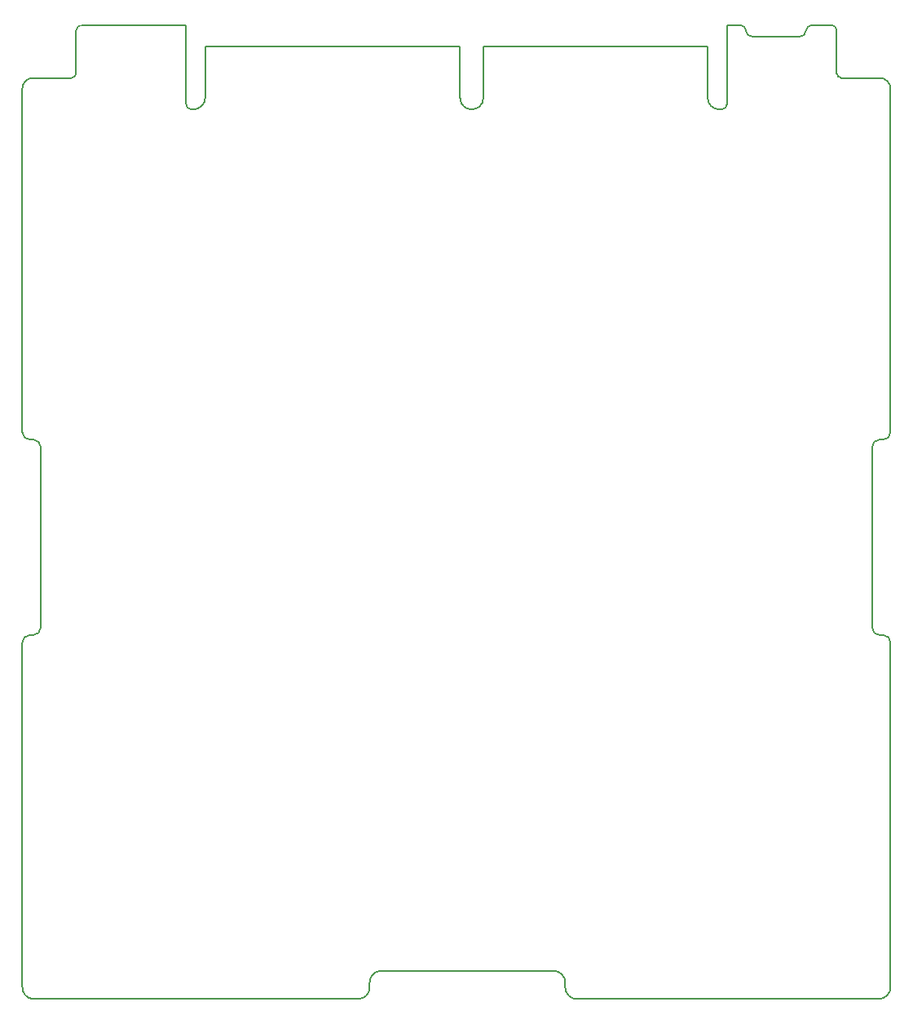
<source format=gbr>
%TF.GenerationSoftware,KiCad,Pcbnew,7.0.5*%
%TF.CreationDate,2023-06-30T17:38:18-04:00*%
%TF.ProjectId,magnetotorqer-drive-board,6d61676e-6574-46f7-946f-727165722d64,A*%
%TF.SameCoordinates,Original*%
%TF.FileFunction,Profile,NP*%
%FSLAX46Y46*%
G04 Gerber Fmt 4.6, Leading zero omitted, Abs format (unit mm)*
G04 Created by KiCad (PCBNEW 7.0.5) date 2023-06-30 17:38:18*
%MOMM*%
%LPD*%
G01*
G04 APERTURE LIST*
%TA.AperFunction,Profile*%
%ADD10C,0.127000*%
%TD*%
G04 APERTURE END LIST*
D10*
X145516600Y-51257173D02*
G75*
G03*
X144881601Y-51866800I0J-635527D01*
G01*
X153670000Y-57861200D02*
G75*
G03*
X152552400Y-56743600I-1117700J-100D01*
G01*
X64617600Y-152400000D02*
X98374200Y-152400000D01*
X119888000Y-150672800D02*
G75*
G03*
X118694200Y-149479000I-1193900J-100D01*
G01*
X136093198Y-60020297D02*
G75*
G03*
X136702799Y-59436000I12702J596897D01*
G01*
X108966000Y-58801000D02*
X108966000Y-53441600D01*
X64262000Y-94310200D02*
X64643000Y-94310200D01*
X138658592Y-51841400D02*
G75*
G03*
X139293600Y-52451000I610108J0D01*
G01*
X153670000Y-93548200D02*
X153670000Y-57861200D01*
X64592200Y-56743601D02*
G75*
G03*
X63500001Y-57861200I12700J-1104899D01*
G01*
X151765000Y-113842800D02*
X151765000Y-95072200D01*
X64262000Y-114604800D02*
X64643000Y-114604800D01*
X152527000Y-114604800D02*
X152908000Y-114604800D01*
X63500000Y-93548200D02*
X63500000Y-57861200D01*
X152527000Y-94310200D02*
X152908000Y-94310200D01*
X111379000Y-53441600D02*
X134683500Y-53441600D01*
X148564600Y-56743600D02*
X152552400Y-56743600D01*
X63500000Y-151130000D02*
G75*
G03*
X64617600Y-152400000I1193800J-76200D01*
G01*
X69672200Y-51257200D02*
X80492600Y-51257200D01*
X80492600Y-59385200D02*
X80492600Y-51257200D01*
X82499200Y-58750200D02*
X82499200Y-53441600D01*
X80492520Y-59385195D02*
G75*
G03*
X81051400Y-60020200I596780J-38205D01*
G01*
X134683502Y-58801000D02*
G75*
G03*
X135890000Y-60020199I1212698J-6500D01*
G01*
X119888000Y-151206200D02*
X119888000Y-150672800D01*
X81280000Y-60020200D02*
G75*
G03*
X82499200Y-58750200I-25400J1244600D01*
G01*
X145516600Y-51257200D02*
X147523200Y-51257200D01*
X108966000Y-58801000D02*
G75*
G03*
X111379000Y-58801000I1206500J0D01*
G01*
X153670000Y-151130000D02*
X153670000Y-115366800D01*
X63500000Y-93548200D02*
G75*
G03*
X64262000Y-94310200I762000J0D01*
G01*
X148082000Y-56261000D02*
X148082000Y-51816000D01*
X98374200Y-152400000D02*
G75*
G03*
X99568000Y-151206200I0J1193800D01*
G01*
X151765000Y-113842800D02*
G75*
G03*
X152527000Y-114604800I761900J-100D01*
G01*
X65405000Y-113842800D02*
X65405000Y-95072200D01*
X68580000Y-56743599D02*
G75*
G03*
X69087999Y-56286400I25400J482599D01*
G01*
X82499200Y-53441600D02*
X108966000Y-53441600D01*
X69088000Y-56286400D02*
X69088000Y-51841400D01*
X136702800Y-51257200D02*
X138049000Y-51257200D01*
X121081800Y-152400000D02*
X152476200Y-152400000D01*
X153670000Y-115366800D02*
G75*
G03*
X152908000Y-114604800I-762100J-100D01*
G01*
X119888000Y-151206200D02*
G75*
G03*
X121081800Y-152400000I1193700J-100D01*
G01*
X136702800Y-59436000D02*
X136702800Y-51257200D01*
X64262000Y-114604800D02*
G75*
G03*
X63500000Y-115366800I0J-762000D01*
G01*
X111379000Y-58801000D02*
X111379000Y-53441600D01*
X64592200Y-56743600D02*
X68580000Y-56743600D01*
X134683500Y-58801000D02*
X134683500Y-53441600D01*
X64643000Y-114604800D02*
G75*
G03*
X65405000Y-113842800I0J762000D01*
G01*
X99568000Y-151206200D02*
X99568000Y-150672800D01*
X100761800Y-149479000D02*
X118694200Y-149479000D01*
X69672200Y-51257200D02*
G75*
G03*
X69088000Y-51841400I0J-584200D01*
G01*
X148082000Y-51816000D02*
G75*
G03*
X147523200Y-51257200I-558900J-100D01*
G01*
X138658595Y-51841400D02*
G75*
G03*
X138049000Y-51257201I-596995J-12800D01*
G01*
X100761800Y-149479000D02*
G75*
G03*
X99568000Y-150672800I0J-1193800D01*
G01*
X139293600Y-52451000D02*
X144272000Y-52451000D01*
X135890000Y-60020200D02*
X136093200Y-60020200D01*
X63500000Y-151130000D02*
X63500000Y-115366800D01*
X152908000Y-94310200D02*
G75*
G03*
X153670000Y-93548200I0J762000D01*
G01*
X148082000Y-56261000D02*
G75*
G03*
X148564600Y-56743600I482500J-100D01*
G01*
X65405000Y-95072200D02*
G75*
G03*
X64643000Y-94310200I-762000J0D01*
G01*
X144272000Y-52451000D02*
G75*
G03*
X144881600Y-51866800I12700J596900D01*
G01*
X81051400Y-60020200D02*
X81280000Y-60020200D01*
X152476203Y-152400096D02*
G75*
G03*
X153669999Y-151130000I-38203J1231996D01*
G01*
X152527000Y-94310200D02*
G75*
G03*
X151765000Y-95072200I0J-762000D01*
G01*
M02*

</source>
